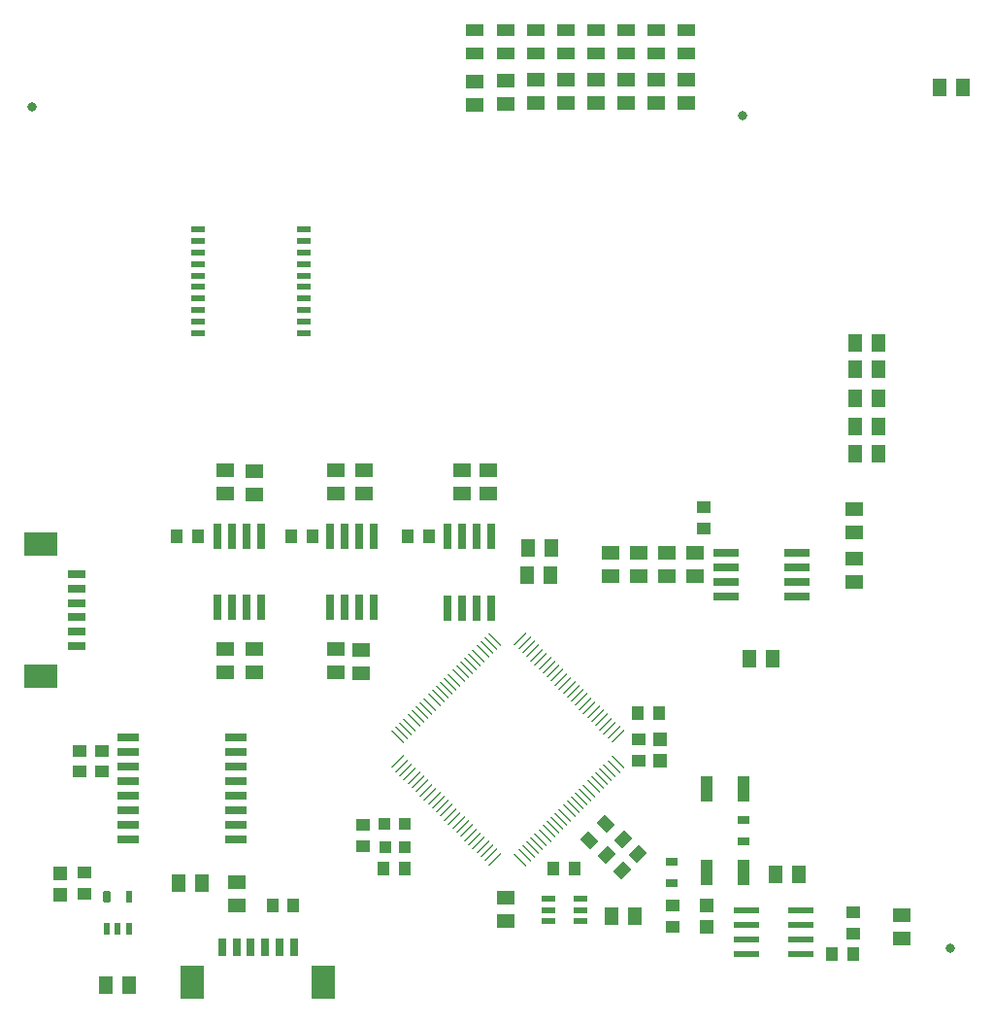
<source format=gtp>
G04*
G04 #@! TF.GenerationSoftware,Altium Limited,Altium Designer,18.1.7 (191)*
G04*
G04 Layer_Color=8421504*
%FSLAX44Y44*%
%MOMM*%
G71*
G01*
G75*
%ADD23R,0.7000X2.2000*%
%ADD24R,3.0000X2.0000*%
%ADD25R,1.6000X0.8000*%
%ADD26R,1.5240X1.2000*%
%ADD27C,0.8128*%
G04:AMPARAMS|DCode=28|XSize=0.0968mm|YSize=1.5468mm|CornerRadius=0mm|HoleSize=0mm|Usage=FLASHONLY|Rotation=135.000|XOffset=0mm|YOffset=0mm|HoleType=Round|Shape=Round|*
%AMOVALD28*
21,1,1.4500,0.0968,0.0000,0.0000,225.0*
1,1,0.0968,0.5127,0.5127*
1,1,0.0968,-0.5127,-0.5127*
%
%ADD28OVALD28*%

%ADD29R,1.2000X1.5240*%
%ADD30R,1.2600X0.6100*%
%ADD31R,1.2000X1.2000*%
%ADD32R,1.2000X1.0500*%
%ADD33R,1.0500X1.2000*%
%ADD34R,1.1000X2.2000*%
%ADD35R,1.0500X0.8000*%
%ADD36R,2.2000X0.6000*%
G04:AMPARAMS|DCode=37|XSize=1mm|YSize=1.3mm|CornerRadius=0mm|HoleSize=0mm|Usage=FLASHONLY|Rotation=45.000|XOffset=0mm|YOffset=0mm|HoleType=Round|Shape=Rectangle|*
%AMROTATEDRECTD37*
4,1,4,0.1061,-0.8132,-0.8132,0.1061,-0.1061,0.8132,0.8132,-0.1061,0.1061,-0.8132,0.0*
%
%ADD37ROTATEDRECTD37*%

%ADD38R,1.2700X0.5080*%
G04:AMPARAMS|DCode=39|XSize=1.05mm|YSize=1.2mm|CornerRadius=0mm|HoleSize=0mm|Usage=FLASHONLY|Rotation=135.000|XOffset=0mm|YOffset=0mm|HoleType=Round|Shape=Rectangle|*
%AMROTATEDRECTD39*
4,1,4,0.7955,0.0530,-0.0530,-0.7955,-0.7955,-0.0530,0.0530,0.7955,0.7955,0.0530,0.0*
%
%ADD39ROTATEDRECTD39*%

G04:AMPARAMS|DCode=40|XSize=0.6mm|YSize=1mm|CornerRadius=0.051mm|HoleSize=0mm|Usage=FLASHONLY|Rotation=180.000|XOffset=0mm|YOffset=0mm|HoleType=Round|Shape=RoundedRectangle|*
%AMROUNDEDRECTD40*
21,1,0.6000,0.8980,0,0,180.0*
21,1,0.4980,1.0000,0,0,180.0*
1,1,0.1020,-0.2490,0.4490*
1,1,0.1020,0.2490,0.4490*
1,1,0.1020,0.2490,-0.4490*
1,1,0.1020,-0.2490,-0.4490*
%
%ADD40ROUNDEDRECTD40*%
%ADD41R,0.6000X1.0000*%
%ADD42R,2.0000X3.0000*%
%ADD43R,0.8000X1.6000*%
%ADD44R,1.9250X0.7000*%
G04:AMPARAMS|DCode=45|XSize=0.0968mm|YSize=1.5468mm|CornerRadius=0mm|HoleSize=0mm|Usage=FLASHONLY|Rotation=225.000|XOffset=0mm|YOffset=0mm|HoleType=Round|Shape=Round|*
%AMOVALD45*
21,1,1.4500,0.0968,0.0000,0.0000,315.0*
1,1,0.0968,-0.5127,0.5127*
1,1,0.0968,0.5127,-0.5127*
%
%ADD45OVALD45*%

%ADD46R,2.2000X0.7000*%
%ADD47R,1.5240X1.0160*%
%ADD48R,1.0000X1.0000*%
D23*
X888865Y1237600D02*
D03*
X876165D02*
D03*
X863465D02*
D03*
X850765D02*
D03*
X888865Y1175550D02*
D03*
X876165D02*
D03*
X863465D02*
D03*
X850765D02*
D03*
X949069Y1175600D02*
D03*
X961769D02*
D03*
X974469D02*
D03*
X987169D02*
D03*
X949069Y1237650D02*
D03*
X961769D02*
D03*
X974469D02*
D03*
X987169D02*
D03*
X1051769Y1175300D02*
D03*
X1064469D02*
D03*
X1077169D02*
D03*
X1089869D02*
D03*
X1051769Y1237350D02*
D03*
X1064469D02*
D03*
X1077169D02*
D03*
X1089869D02*
D03*
D24*
X696880Y1116100D02*
D03*
Y1230600D02*
D03*
D25*
X727880Y1192100D02*
D03*
Y1167100D02*
D03*
Y1142100D02*
D03*
Y1204600D02*
D03*
Y1179600D02*
D03*
Y1154600D02*
D03*
D26*
X1406500Y1198180D02*
D03*
Y1218500D02*
D03*
X882661Y1274240D02*
D03*
Y1294560D02*
D03*
X857261Y1274840D02*
D03*
Y1295160D02*
D03*
X954469Y1275140D02*
D03*
Y1295460D02*
D03*
X978564Y1275140D02*
D03*
Y1295460D02*
D03*
X1087169Y1275090D02*
D03*
Y1295410D02*
D03*
X1064469Y1275090D02*
D03*
Y1295410D02*
D03*
X1448000Y907160D02*
D03*
Y886840D02*
D03*
X1102750Y902840D02*
D03*
Y923160D02*
D03*
X867500Y916290D02*
D03*
Y936610D02*
D03*
X976250Y1138910D02*
D03*
Y1118590D02*
D03*
X954469Y1139910D02*
D03*
Y1119590D02*
D03*
X882661Y1139546D02*
D03*
Y1119226D02*
D03*
X857261Y1139546D02*
D03*
Y1119226D02*
D03*
X1267038Y1203090D02*
D03*
Y1223410D02*
D03*
X1243278Y1203090D02*
D03*
Y1223410D02*
D03*
X1218529Y1203090D02*
D03*
Y1223410D02*
D03*
X1193780Y1203090D02*
D03*
Y1223410D02*
D03*
X1406500Y1261655D02*
D03*
Y1241335D02*
D03*
X1260000Y1615105D02*
D03*
Y1635425D02*
D03*
X1233714Y1615105D02*
D03*
Y1635425D02*
D03*
X1207429Y1615315D02*
D03*
Y1635635D02*
D03*
X1181143Y1615315D02*
D03*
Y1635635D02*
D03*
X1154857Y1615315D02*
D03*
Y1635635D02*
D03*
X1128571Y1615315D02*
D03*
Y1635635D02*
D03*
X1102000Y1635216D02*
D03*
Y1614896D02*
D03*
X1075600Y1634385D02*
D03*
Y1614065D02*
D03*
D27*
X1490000Y879000D02*
D03*
X689250Y1612250D02*
D03*
X1309250Y1604000D02*
D03*
D28*
X1036614Y1012733D02*
D03*
X1040149Y1009197D02*
D03*
X1200309Y1063291D02*
D03*
X1196773Y1066826D02*
D03*
X1193238Y1070362D02*
D03*
X1189702Y1073897D02*
D03*
X1186167Y1077433D02*
D03*
X1182631Y1080969D02*
D03*
X1179096Y1084504D02*
D03*
X1175560Y1088040D02*
D03*
X1172025Y1091575D02*
D03*
X1168489Y1095111D02*
D03*
X1164954Y1098646D02*
D03*
X1161418Y1102182D02*
D03*
X1157883Y1105717D02*
D03*
X1154347Y1109253D02*
D03*
X1150811Y1112788D02*
D03*
X1147276Y1116324D02*
D03*
X1143740Y1119859D02*
D03*
X1140205Y1123395D02*
D03*
X1136669Y1126930D02*
D03*
X1133134Y1130466D02*
D03*
X1129598Y1134002D02*
D03*
X1126063Y1137537D02*
D03*
X1122527Y1141073D02*
D03*
X1118992Y1144608D02*
D03*
X1115456Y1148144D02*
D03*
X1008329Y1041017D02*
D03*
X1011865Y1037482D02*
D03*
X1015400Y1033946D02*
D03*
X1018936Y1030411D02*
D03*
X1022471Y1026875D02*
D03*
X1026007Y1023339D02*
D03*
X1029543Y1019804D02*
D03*
X1033078Y1016268D02*
D03*
X1043685Y1005662D02*
D03*
X1047220Y1002126D02*
D03*
X1050756Y998591D02*
D03*
X1054291Y995055D02*
D03*
X1057827Y991520D02*
D03*
X1061362Y987984D02*
D03*
X1064898Y984449D02*
D03*
X1068434Y980913D02*
D03*
X1071969Y977377D02*
D03*
X1075505Y973842D02*
D03*
X1079040Y970306D02*
D03*
X1082576Y966771D02*
D03*
X1086111Y963235D02*
D03*
X1089647Y959700D02*
D03*
X1093182Y956164D02*
D03*
D29*
X1500910Y1629000D02*
D03*
X1480590D02*
D03*
X1215160Y907050D02*
D03*
X1194840D02*
D03*
X753840Y847000D02*
D03*
X774160D02*
D03*
X816840Y935750D02*
D03*
X837160D02*
D03*
X1121484Y1227430D02*
D03*
X1141804D02*
D03*
X1121043Y1203930D02*
D03*
X1141363D02*
D03*
X1314834Y1130750D02*
D03*
X1335154D02*
D03*
X1427410Y1310000D02*
D03*
X1407090D02*
D03*
X1427160Y1333800D02*
D03*
X1406840D02*
D03*
X1427410Y1358000D02*
D03*
X1407090D02*
D03*
X1427410Y1383000D02*
D03*
X1407090D02*
D03*
X1427410Y1406000D02*
D03*
X1407090D02*
D03*
X1358160Y943000D02*
D03*
X1337840D02*
D03*
D30*
X925900Y1505000D02*
D03*
X834100D02*
D03*
X925900Y1495000D02*
D03*
X834100D02*
D03*
X925900Y1485000D02*
D03*
X834100D02*
D03*
X925900Y1475000D02*
D03*
X834100D02*
D03*
X925900Y1465000D02*
D03*
X834100D02*
D03*
X925900Y1455000D02*
D03*
X834100D02*
D03*
X925900Y1445000D02*
D03*
X834100D02*
D03*
X925900Y1435000D02*
D03*
X834100D02*
D03*
X925900Y1425000D02*
D03*
X834100D02*
D03*
X925900Y1415000D02*
D03*
X834100D02*
D03*
D31*
X1237000Y1042100D02*
D03*
Y1060700D02*
D03*
X1278000Y897700D02*
D03*
Y916300D02*
D03*
X714000Y925700D02*
D03*
Y944300D02*
D03*
D32*
X1218000Y1060560D02*
D03*
Y1042060D02*
D03*
X1405250Y891690D02*
D03*
Y910190D02*
D03*
X1248250Y916250D02*
D03*
Y897750D02*
D03*
X977500Y968000D02*
D03*
Y986500D02*
D03*
X735000Y945000D02*
D03*
Y926500D02*
D03*
X749750Y1032469D02*
D03*
Y1050969D02*
D03*
X730410Y1032469D02*
D03*
Y1050969D02*
D03*
X1275000Y1263250D02*
D03*
Y1244750D02*
D03*
D33*
X1217750Y1084000D02*
D03*
X1236250D02*
D03*
X1405250Y874000D02*
D03*
X1386750D02*
D03*
X1162250Y948000D02*
D03*
X1143750D02*
D03*
X995473Y948606D02*
D03*
X1013973D02*
D03*
X917250Y915840D02*
D03*
X898750D02*
D03*
X815750Y1237350D02*
D03*
X834250D02*
D03*
X915219Y1237800D02*
D03*
X933719D02*
D03*
X1016757D02*
D03*
X1035257D02*
D03*
D34*
X1278000Y1018000D02*
D03*
X1310000D02*
D03*
X1278000Y945000D02*
D03*
X1310000D02*
D03*
D35*
Y971663D02*
D03*
Y990163D02*
D03*
X1247250Y935750D02*
D03*
Y954250D02*
D03*
D36*
X1312000Y912050D02*
D03*
Y899350D02*
D03*
Y886650D02*
D03*
Y873950D02*
D03*
X1360000Y912050D02*
D03*
Y899350D02*
D03*
Y886650D02*
D03*
Y873950D02*
D03*
D37*
X1189458Y987262D02*
D03*
X1175316Y973120D02*
D03*
D38*
X1139347Y912050D02*
D03*
X1167347Y921550D02*
D03*
Y902550D02*
D03*
Y912050D02*
D03*
X1139347Y902550D02*
D03*
Y921550D02*
D03*
D39*
X1190542Y959921D02*
D03*
X1203623Y946840D02*
D03*
X1204387Y973791D02*
D03*
X1217468Y960709D02*
D03*
D40*
X754500Y923500D02*
D03*
D41*
X773500D02*
D03*
Y896000D02*
D03*
X764000D02*
D03*
X754500D02*
D03*
D42*
X943500Y849000D02*
D03*
X829000D02*
D03*
D43*
X867500Y880000D02*
D03*
X892500D02*
D03*
X917500D02*
D03*
X855000D02*
D03*
X880000D02*
D03*
X905000D02*
D03*
D44*
X867120Y1062180D02*
D03*
Y1049480D02*
D03*
Y1036780D02*
D03*
Y1024080D02*
D03*
Y1011380D02*
D03*
Y998680D02*
D03*
Y985980D02*
D03*
Y973280D02*
D03*
X772880D02*
D03*
Y985980D02*
D03*
Y998680D02*
D03*
Y1011380D02*
D03*
Y1024080D02*
D03*
Y1036780D02*
D03*
Y1049480D02*
D03*
Y1062180D02*
D03*
D45*
X1115456Y956164D02*
D03*
X1118992Y959700D02*
D03*
X1122527Y963235D02*
D03*
X1126063Y966771D02*
D03*
X1129598Y970306D02*
D03*
X1133134Y973842D02*
D03*
X1136669Y977377D02*
D03*
X1140205Y980913D02*
D03*
X1143740Y984448D02*
D03*
X1147276Y987984D02*
D03*
X1150811Y991520D02*
D03*
X1154347Y995055D02*
D03*
X1157883Y998591D02*
D03*
X1161418Y1002126D02*
D03*
X1164954Y1005662D02*
D03*
X1168489Y1009197D02*
D03*
X1172025Y1012733D02*
D03*
X1175560Y1016268D02*
D03*
X1179096Y1019804D02*
D03*
X1182631Y1023339D02*
D03*
X1186167Y1026875D02*
D03*
X1189702Y1030411D02*
D03*
X1193238Y1033946D02*
D03*
X1196773Y1037482D02*
D03*
X1200309Y1041017D02*
D03*
X1093182Y1148144D02*
D03*
X1089647Y1144608D02*
D03*
X1086111Y1141073D02*
D03*
X1082576Y1137537D02*
D03*
X1079040Y1134002D02*
D03*
X1075505Y1130466D02*
D03*
X1071969Y1126930D02*
D03*
X1068434Y1123395D02*
D03*
X1064898Y1119859D02*
D03*
X1061362Y1116324D02*
D03*
X1057827Y1112788D02*
D03*
X1054291Y1109253D02*
D03*
X1050756Y1105717D02*
D03*
X1047220Y1102182D02*
D03*
X1043685Y1098646D02*
D03*
X1040149Y1095111D02*
D03*
X1036614Y1091575D02*
D03*
X1033078Y1088040D02*
D03*
X1029543Y1084504D02*
D03*
X1026007Y1080969D02*
D03*
X1022471Y1077433D02*
D03*
X1018936Y1073897D02*
D03*
X1015400Y1070362D02*
D03*
X1011865Y1066826D02*
D03*
X1008329Y1063291D02*
D03*
D46*
X1294538Y1223450D02*
D03*
Y1210750D02*
D03*
Y1198050D02*
D03*
Y1185350D02*
D03*
X1356588Y1223450D02*
D03*
Y1210750D02*
D03*
Y1198050D02*
D03*
Y1185350D02*
D03*
D47*
X1233714Y1678570D02*
D03*
Y1658250D02*
D03*
X1260000Y1678570D02*
D03*
Y1658250D02*
D03*
X1207429Y1678570D02*
D03*
Y1658250D02*
D03*
X1181143Y1678570D02*
D03*
Y1658250D02*
D03*
X1154857Y1678570D02*
D03*
Y1658250D02*
D03*
X1128571Y1678570D02*
D03*
Y1658250D02*
D03*
X1102000Y1678626D02*
D03*
Y1658306D02*
D03*
X1075600Y1678820D02*
D03*
Y1658500D02*
D03*
D48*
X1014000Y966750D02*
D03*
X996500Y986750D02*
D03*
X1014000Y986750D02*
D03*
X997000Y966750D02*
D03*
M02*

</source>
